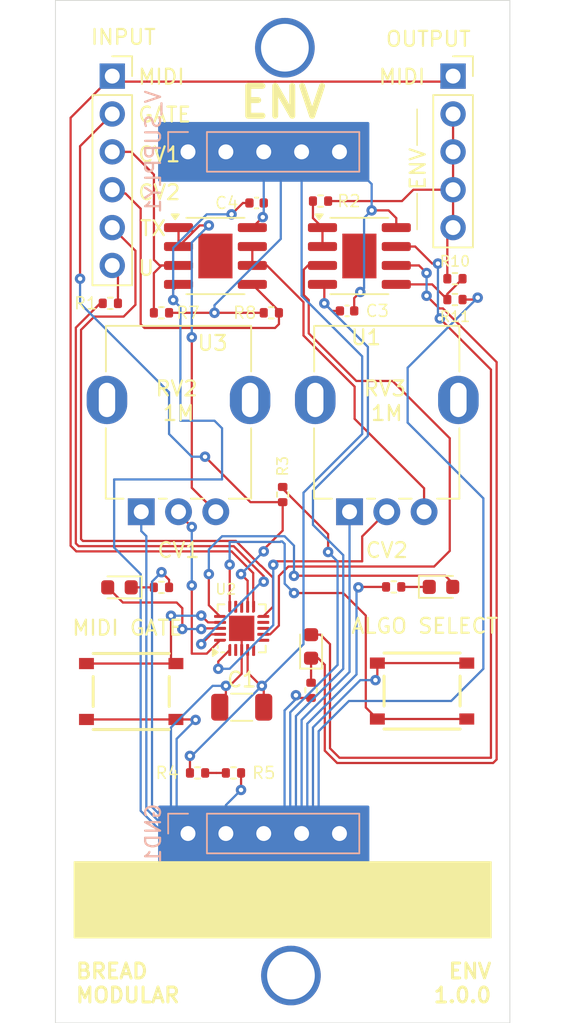
<source format=kicad_pcb>
(kicad_pcb (version 20240108) (generator "pcbnew") (generator_version "8.0")
  (layers (0 "F.Cu" signal) (31 "B.Cu" signal) (34 "B.Paste" user) (35 "F.Paste" user) (36 "B.SilkS" user "B.Silkscreen") (37 "F.SilkS" user "F.Silkscreen") (38 "B.Mask" user) (39 "F.Mask" user) (44 "Edge.Cuts" user))
  (net 0 "")
  (net 1 "GND")
  (net 2 "Net-(U1A-+)")
  (net 3 "V_MID")
  (net 4 "Net-(D1-K)")
  (net 5 "Net-(D1-A)")
  (net 6 "CV2")
  (net 7 "TX")
  (net 8 "MIDI")
  (net 9 "CV1")
  (net 10 "UDPI")
  (net 11 "BUFF_GATE")
  (net 12 "V_SUPPLY")
  (net 13 "Net-(U2-~{RESET}{slash}PA0)")
  (net 14 "Net-(U1A--)")
  (net 15 "BUFF_CV1")
  (net 16 "Net-(U3A--)")
  (net 17 "Net-(U3B--)")
  (net 18 "BUFF_CV2")
  (net 19 "Net-(SW1-B)")
  (net 21 "Net-(D2-A)")
  (net 25 "Net-(D2-K)")
  (net 28 "ENV_OUT")
  (net 30 "Net-(SW2-B)")
  (net 31 "Net-(D3-A)")
  (net 32 "Net-(D3-K)")
  (net 33 "Net-(U1B-+)")
  (footprint "Capacitor_SMD:C_1206_3216Metric" (layer "F.Cu") (at 59.485 88.05)
    (property "Reference" "C1")
    (property "Value" "100uf")
  )
  (footprint "BreadModular_Pots:Potentiometer_RV09" (layer "F.Cu") (at 69.342 67.948)
    (property "Reference" "RV3")
    (property "Value" "1M")
  )
  (footprint "Resistor_SMD:R_0402_1005Metric" (layer "F.Cu") (at 50.671 60.96)
    (property "Reference" "R1")
    (property "Value" "4.7k")
  )
  (footprint "Capacitor_SMD:C_0402_1005Metric" (layer "F.Cu") (at 66.548 61.468 180)
    (property "Reference" "C3")
    (property "Value" "0.1uf")
  )
  (footprint "BreadModular_MISC:SPST_TS-1187A-B-A-B" (layer "F.Cu") (at 71.58 86.965)
    (property "Reference" "SW2")
    (property "Value" "ALGO MODE SELECT")
  )
  (footprint "LED_SMD:LED_0603_1608Metric" (layer "F.Cu") (at 51.2825 80.01 180)
    (property "Reference" "D1")
    (property "Value" "GATE MODE LED")
  )
  (footprint "Capacitor_SMD:C_0402_1005Metric" (layer "F.Cu") (at 60.48 54.229 180)
    (property "Reference" "C4")
    (property "Value" "0.1uf")
  )
  (footprint "BreadModular_MISC:SPST_TS-1187A-B-A-B" (layer "F.Cu") (at 52.07 86.995 180)
    (property "Reference" "SW1")
    (property "Value" "GATE MODE SELECT")
  )
  (footprint "BreadModular_Pots:Potentiometer_RV09" (layer "F.Cu") (at 55.372 67.948)
    (property "Reference" "RV2")
    (property "Value" "1M")
  )
  (footprint "Resistor_SMD:R_0402_1005Metric" (layer "F.Cu") (at 69.675 79.98 180)
    (property "Reference" "R9")
    (property "Value" "330")
  )
  (footprint "Resistor_SMD:R_0402_1005Metric" (layer "F.Cu") (at 73.785 59.309)
    (property "Reference" "R10")
    (property "Value" "100k")
  )
  (footprint "Connector_PinSocket_2.54mm:PinSocket_1x06_P2.54mm_Vertical" (layer "F.Cu") (at 50.8 45.72)
    (property "Reference" "INPUT1")
    (property "Value" "Conn_01x05_Socket")
  )
  (footprint "Resistor_SMD:R_0402_1005Metric" (layer "F.Cu") (at 56.521 92.456)
    (property "Reference" "R4")
    (property "Value" "1k")
  )
  (footprint "Package_DFN_QFN:VQFN-20-1EP_3x3mm_P0.4mm_EP1.7x1.7mm" (layer "F.Cu") (at 59.48 82.76 90)
    (property "Reference" "U2")
    (property "Value" "ATtiny1616-M")
  )
  (footprint "Resistor_SMD:R_0402_1005Metric" (layer "F.Cu") (at 62.23 73.785 -90)
    (property "Reference" "R3")
    (property "Value" "100k")
  )
  (footprint "LED_SMD:LED_0603_1608Metric" (layer "F.Cu") (at 72.85 79.98)
    (property "Reference" "D2")
    (property "Value" "ALGO MODE LED")
  )
  (footprint "Resistor_SMD:R_0402_1005Metric" (layer "F.Cu") (at 64.135 86.917 -90)
    (property "Reference" "R12")
    (property "Value" "4.7k")
  )
  (footprint "Resistor_SMD:R_0402_1005Metric" (layer "F.Cu") (at 54.1 80.01)
    (property "Reference" "R6")
    (property "Value" "330")
  )
  (footprint "Resistor_SMD:R_0402_1005Metric" (layer "F.Cu") (at 64.77 54.102)
    (property "Reference" "R2")
    (property "Value" "1k")
  )
  (footprint "Resistor_SMD:R_0402_1005Metric" (layer "F.Cu") (at 73.785 60.706)
    (property "Reference" "R11")
    (property "Value" "100k")
  )
  (footprint "Resistor_SMD:R_0402_1005Metric" (layer "F.Cu") (at 61.47 61.595)
    (property "Reference" "R8")
    (property "Value" "100k")
  )
  (footprint "Package_SO:SOIC-8-1EP_3.9x4.9mm_P1.27mm_EP2.29x3mm" (layer "F.Cu") (at 67.375 57.785)
    (property "Reference" "U1")
    (property "Value" "MCP6002-xSN")
  )
  (footprint "Package_SO:SOIC-8-1EP_3.9x4.9mm_P1.27mm_EP2.29x3mm" (layer "F.Cu") (at 57.72 57.785)
    (property "Reference" "U3")
    (property "Value" "MCP6002-xSN")
  )
  (footprint "Resistor_SMD:R_0402_1005Metric" (layer "F.Cu") (at 54.1 61.595 180)
    (property "Reference" "R7")
    (property "Value" "100k")
  )
  (footprint "Connector_PinSocket_2.54mm:PinSocket_1x05_P2.54mm_Vertical" (layer "F.Cu") (at 73.66 45.72)
    (property "Reference" "OUTPUT1")
    (property "Value" "Conn_01x05_Socket")
  )
  (footprint "Resistor_SMD:R_0402_1005Metric" (layer "F.Cu") (at 58.93 92.456)
    (property "Reference" "R5")
    (property "Value" "1k")
  )
  (footprint "LED_SMD:LED_0603_1608Metric" (layer "F.Cu") (at 64.135 83.9725 90)
    (property "Reference" "D3")
    (property "Value" "ENV LED")
  )
  (footprint "BreadModular_MISC:Power_Connector" (layer "B.Cu") (at 55.88 50.8 -90)
    (property "Reference" "V_SUPPLY1")
    (property "Value" "Conn_01x05_Pin")
  )
  (footprint "BreadModular_MISC:Power_Connector" (layer "B.Cu") (at 55.88 96.52 -90)
    (property "Reference" "GND1")
    (property "Value" "Conn_01x05_Pin")
  )
  (gr_poly (pts (xy 53.975 48.895) (xy 67.945 48.895) (xy 67.945 52.705) (xy 53.975 52.705)) (stroke (width 0.2)) (fill solid) (layer "B.Cu") (net 12))
  (gr_poly (pts (xy 53.975 94.742) (xy 67.945 94.742) (xy 67.945 98.425) (xy 53.975 98.425)) (stroke (width 0.2)) (fill solid) (layer "B.Cu") (net 1))
  (gr_line (start 71.247 50.3555) (end 71.247 47.9425) (stroke (width 0.1)) (layer "F.SilkS"))
  (gr_line (start 71.247 56.007) (end 71.247 53.594) (stroke (width 0.1)) (layer "F.SilkS"))
  (gr_poly (pts (xy 48.26 98.425) (xy 76.2 98.425) (xy 76.2 103.505) (xy 48.26 103.505)) (stroke (width 0.1)) (fill solid) (layer "F.SilkS"))
  (gr_line (start 46.99 109.22) (end 77.47 109.22) (stroke (width 0.05)) (layer "Edge.Cuts"))
  (gr_line (start 77.47 40.64) (end 46.99 40.64) (stroke (width 0.05)) (layer "Edge.Cuts"))
  (gr_line (start 46.99 40.64) (end 46.99 109.22) (stroke (width 0.05)) (layer "Edge.Cuts"))
  (gr_line (start 77.47 109.22) (end 77.47 40.64) (stroke (width 0.05)) (layer "Edge.Cuts"))
  (gr_text "ALGO SELECT" (at 71.755 83.185 0) (layer "F.SilkS") (effects (font (size 1 1)) (justify bottom)))
  (gr_text "MIDI" (at 52.451 46.355 0) (layer "F.SilkS") (effects (font (size 1 1)) (justify left bottom)))
  (gr_text "ENV" (at 71.882 51.943 90) (layer "F.SilkS") (effects (font (size 1 1)) (justify bottom)))
  (gr_text "U" (at 52.451 59.182 0) (layer "F.SilkS") (effects (font (size 1 1)) (justify left bottom)))
  (gr_text "TX" (at 52.578 56.515 0) (layer "F.SilkS") (effects (font (size 1 1)) (justify left bottom)))
  (gr_text "GATE" (at 52.451 48.895 0) (layer "F.SilkS") (effects (font (size 1 1)) (justify left bottom)))
  (gr_text "MIDI GATE" (at 51.816 83.312 0) (layer "F.SilkS") (effects (font (size 1 1)) (justify bottom)))
  (gr_text "INPUT" (at 49.276 43.688 0) (layer "F.SilkS") (effects (font (size 1 1)) (justify left bottom)))
  (gr_text "CV2" (at 69.215 78.105 0) (layer "F.SilkS") (effects (font (size 1 1)) (justify bottom)))
  (gr_text "ENV\n1.0.0" (at 76.327 107.95 0) (layer "F.SilkS") (effects (font (size 1 1) (thickness 0.2) (bold yes)) (justify right bottom)))
  (gr_text "ENV" (at 59.182 48.641 0) (layer "F.SilkS") (effects (font (size 2 2) (thickness 0.4) (bold yes)) (justify left bottom)))
  (gr_text "CV2" (at 52.451 54.102 0) (layer "F.SilkS") (effects (font (size 1 1)) (justify left bottom)))
  (gr_text "MIDI" (at 71.882 46.355 0) (layer "F.SilkS") (effects (font (size 1 1)) (justify right bottom)))
  (gr_text "OUTPUT" (at 74.93 43.815 0) (layer "F.SilkS") (effects (font (size 1 1)) (justify right bottom)))
  (gr_text "CV1" (at 55.245 78.105 0) (layer "F.SilkS") (effects (font (size 1 1)) (justify bottom)))
  (gr_text "BREAD\nMODULAR" (at 48.26 107.95 0) (layer "F.SilkS") (effects (font (size 1 1) (thickness 0.2) (bold yes)) (justify left bottom)))
  (gr_text "CV1" (at 52.451 51.562 0) (layer "F.SilkS") (effects (font (size 1 1)) (justify left bottom)))
  (via (at 62.784908 106.045) (size 4) (drill 3.2) (layers "F.Cu" "B.Cu") (net 0))
  (via (at 62.37758 43.815) (size 4) (drill 3.2) (layers "F.Cu" "B.Cu") (net 0))
  (segment (start 58.42 86.614) (end 58.674 86.614) (width 0.15) (layer "F.Cu") (net 1))
  (segment (start 55.88 96.52) (end 66.04 96.52) (width 0.5) (layer "F.Cu") (net 1))
  (segment (start 68.58 85.09) (end 74.58 85.09) (width 0.15) (layer "F.Cu") (net 1))
  (segment (start 54.61 79.502) (end 54.61 80.01) (width 0.15) (layer "F.Cu") (net 1))
  (segment (start 68.58 86.106) (end 68.453 86.233) (width 0.15) (layer "F.Cu") (net 1))
  (segment (start 65.024 59.814) (end 64.9 59.69) (width 0.15) (layer "F.Cu") (net 1))
  (segment (start 66.068 61.468) (end 65.532 61.468) (width 0.15) (layer "F.Cu") (net 1))
  (segment (start 65.532 61.468) (end 65.024 60.96) (width 0.15) (layer "F.Cu") (net 1))
  (segment (start 58.42 87.64) (end 58.01 88.05) (width 0.15) (layer "F.Cu") (net 1))
  (segment (start 55.07 88.87) (end 56.358 88.87) (width 0.15) (layer "F.Cu") (net 1))
  (segment (start 69.165 79.98) (end 67.34 79.98) (width 0.15) (layer "F.Cu") (net 1))
  (segment (start 60 54.229) (end 59.563 54.229) (width 0.15) (layer "F.Cu") (net 1))
  (segment (start 59.44 93.595) (end 59.436 93.599) (width 0.15) (layer "F.Cu") (net 1))
  (segment (start 67.34 79.98) (end 67.31 80.01) (width 0.15) (layer "F.Cu") (net 1))
  (segment (start 49.07 88.87) (end 55.07 88.87) (width 0.15) (layer "F.Cu") (net 1))
  (segment (start 56.358 88.87) (end 56.388 88.9) (width 0.15) (layer "F.Cu") (net 1))
  (segment (start 74.295 60.706) (end 75.184 60.706) (width 0.15) (layer "F.Cu") (net 1))
  (segment (start 54.8863 60.739686) (end 54.8863 60.0487) (width 0.15) (layer "F.Cu") (net 1))
  (segment (start 59.44 92.456) (end 59.44 93.595) (width 0.15) (layer "F.Cu") (net 1))
  (segment (start 75.184 60.706) (end 75.311 60.579) (width 0.15) (layer "F.Cu") (net 1))
  (segment (start 59.48 85.808) (end 59.48 84.21) (width 0.15) (layer "F.Cu") (net 1))
  (segment (start 65.024 60.96) (end 65.024 59.814) (width 0.15) (layer "F.Cu") (net 1))
  (segment (start 59.48 82.76) (end 59.48 84.21) (width 0.15) (layer "F.Cu") (net 1))
  (segment (start 63.119 87.249) (end 63.297 87.427) (width 0.15) (layer "F.Cu") (net 1))
  (segment (start 68.58 85.09) (end 68.58 86.106) (width 0.15) (layer "F.Cu") (net 1))
  (segment (start 54.102 78.994) (end 54.61 79.502) (width 0.15) (layer "F.Cu") (net 1))
  (segment (start 54.8863 60.0487) (end 55.245 59.69) (width 0.15) (layer "F.Cu") (net 1))
  (segment (start 65.278 76.439432) (end 65.278 77.638) (width 0.15) (layer "F.Cu") (net 1))
  (segment (start 63.297 87.427) (end 64.135 87.427) (width 0.15) (layer "F.Cu") (net 1))
  (segment (start 62.23 73.275) (end 62.23 73.391432) (width 0.15) (layer "F.Cu") (net 1))
  (segment (start 58.674 86.614) (end 59.48 85.808) (width 0.15) (layer "F.Cu") (net 1))
  (segment (start 62.23 73.391432) (end 65.278 76.439432) (width 0.15) (layer "F.Cu") (net 1))
  (segment (start 58.42 86.614) (end 58.42 87.64) (width 0.15) (layer "F.Cu") (net 1))
  (segment (start 59.563 54.229) (end 58.801 54.991) (width 0.15) (layer "F.Cu") (net 1))
  (via (at 54.8863 60.739686) (size 0.7) (drill 0.3) (layers "F.Cu" "B.Cu") (net 1))
  (via (at 56.388 88.9) (size 0.7) (drill 0.3) (layers "F.Cu" "B.Cu") (net 1))
  (via (at 67.31 80.01) (size 0.7) (drill 0.3) (layers "F.Cu" "B.Cu") (net 1))
  (via (at 59.436 93.599) (size 0.7) (drill 0.3) (layers "F.Cu" "B.Cu") (net 1))
  (via (at 54.102 78.994) (size 0.7) (drill 0.3) (layers "F.Cu" "B.Cu") (net 1))
  (via (at 75.311 60.579) (size 0.7) (drill 0.3) (layers "F.Cu" "B.Cu") (net 1))
  (via (at 65.278 77.638) (size 0.7) (drill 0.3) (layers "F.Cu" "B.Cu") (net 1))
  (via (at 58.42 86.614) (size 0.7) (drill 0.3) (layers "F.Cu" "B.Cu") (net 1))
  (via (at 68.453 86.233) (size 0.7) (drill 0.3) (layers "F.Cu" "B.Cu") (net 1))
  (via (at 58.801 54.991) (size 0.7) (drill 0.3) (layers "F.Cu" "B.Cu") (net 1))
  (via (at 65.024 60.96) (size 0.7) (drill 0.3) (layers "F.Cu" "B.Cu") (net 1))
  (via (at 63.119 87.249) (size 0.7) (drill 0.3) (layers "F.Cu" "B.Cu") (net 1))
  (segment (start 70.612 65.278) (end 70.612 68.961) (width 0.15) (layer "B.Cu") (net 1))
  (segment (start 55.245 96.52) (end 55.88 96.52) (width 0.15) (layer "B.Cu") (net 1))
  (segment (start 54.102 78.994) (end 53.467 79.629) (width 0.15) (layer "B.Cu") (net 1))
  (segment (start 64.262 73.533) (end 64.262 75.819) (width 0.15) (layer "B.Cu") (net 1))
  (segment (start 52.705 94.996) (end 54.483 96.774) (width 0.15) (layer "B.Cu") (net 1))
  (segment (start 63.881 96.139) (end 63.5 96.52) (width 0.15) (layer "B.Cu") (net 1))
  (segment (start 59.436 93.599) (end 58.42 94.615) (width 0.15) (layer "B.Cu") (net 1))
  (segment (start 63.119 87.503) (end 62.357 88.265) (width 0.15) (layer "B.Cu") (net 1))
  (segment (start 75.692 85.471) (end 73.533 87.63) (width 0.15) (layer "B.Cu") (net 1))
  (segment (start 65.913 85.217) (end 65.913 78.273) (width 0.15) (layer "B.Cu") (net 1))
  (segment (start 75.692 74.041) (end 75.692 85.471) (width 0.15) (layer "B.Cu") (net 1))
  (segment (start 63.119 96.139) (end 63.5 96.52) (width 0.15) (layer "B.Cu") (net 1))
  (segment (start 65.913 78.273) (end 65.278 77.638) (width 0.15) (layer "B.Cu") (net 1))
  (segment (start 67.31 80.01) (end 67.183 80.137) (width 0.15) (layer "B.Cu") (net 1))
  (segment (start 54.483 96.774) (end 54.737 96.52) (width 0.15) (layer "B.Cu") (net 1))
  (segment (start 55.88 95.758) (end 55.88 96.52) (width 0.15) (layer "B.Cu") (net 1))
  (segment (start 62.738 88.392) (end 65.913 85.217) (width 0.15) (layer "B.Cu") (net 1))
  (segment (start 63.119 87.249) (end 63.119 87.503) (width 0.15) (layer "B.Cu") (net 1))
  (segment (start 58.42 86.614) (end 57.531 86.614) (width 0.15) (layer "B.Cu") (net 1))
  (segment (start 56.388 88.9) (end 55.118 90.17) (width 0.15) (layer "B.Cu") (net 1))
  (segment (start 52.745 76.234884) (end 53.086 76.575884) (width 0.15) (layer "B.Cu") (net 1))
  (segment (start 54.737 95.377) (end 55.88 96.52) (width 0.15) (layer "B.Cu") (net 1))
  (segment (start 63.881 89.154) (end 63.881 96.139) (width 0.15) (layer "B.Cu") (net 1))
  (segment (start 64.643 89.662) (end 64.643 95.377) (width 0.15) (layer "B.Cu") (net 1))
  (segment (start 53.086 94.869) (end 54.737 96.52) (width 0.15) (layer "B.Cu") (net 1))
  (segment (start 65.024 60.96) (end 67.945 63.881) (width 0.15) (layer "B.Cu") (net 1))
  (segment (start 55.118 90.17) (end 55.118 94.996) (width 0.15) (layer "B.Cu") (net 1))
  (segment (start 67.183 85.852) (end 63.881 89.154) (width 0.15) (layer "B.Cu") (net 1))
  (segment (start 67.437 86.233) (end 64.262 89.408) (width 0.15) (layer "B.Cu") (net 1))
  (segment (start 63.5 88.9) (end 63.5 96.52) (width 0.15) (layer "B.Cu") (net 1))
  (segment (start 62.357 95.1865) (end 62.738 94.8055) (width 0.15) (layer "B.Cu") (net 1))
  (segment (start 64.262 75.819) (end 66.294 77.851) (width 0.15) (layer "B.Cu") (net 1))
  (segment (start 64.643 95.377) (end 63.5 96.52) (width 0.15) (layer "B.Cu") (net 1))
  (segment (start 73.533 87.63) (end 66.675 87.63) (width 0.15) (layer "B.Cu") (net 1))
  (segment (start 54.737 96.52) (end 55.88 96.52) (width 0.15) (layer "B.Cu") (net 1))
  (segment (start 58.801 54.991) (end 57.137114 54.991) (width 0.15) (layer "B.Cu") (net 1))
  (segment (start 53.467 94.742) (end 55.245 96.52) (width 0.15) (layer "B.Cu") (net 1))
  (segment (start 50.927 77.343) (end 52.705 79.121) (width 0.15) (layer "B.Cu") (net 1))
  (segment (start 64.262 89.408) (end 64.262 95.758) (width 0.15) (layer "B.Cu") (net 1))
  (segment (start 54.8863 60.739686) (end 55.372 61.225386) (width 0.15) (layer "B.Cu") (net 1))
  (segment (start 67.945 69.85) (end 64.262 73.533) (width 0.15) (layer "B.Cu") (net 1))
  (segment (start 50.927 72.771) (end 50.927 77.343) (width 0.15) (layer "B.Cu") (net 1))
  (segment (start 70.612 68.961) (end 75.692 74.041) (width 0.15) (layer "B.Cu") (net 1))
  (segment (start 58.42 94.615) (end 58.42 96.52) (width 0.15) (layer "B.Cu") (net 1))
  (segment (start 57.137114 54.991) (end 54.8863 57.241814) (width 0.15) (layer "B.Cu") (net 1))
  (segment (start 62.738 94.8055) (end 62.738 88.392) (width 0.15) (layer "B.Cu") (net 1))
  (segment (start 66.715 74.94) (end 66.715 85.685) (width 0.15) (layer "B.Cu") (net 1))
  (segment (start 57.531 86.614) (end 54.737 89.408) (width 0.15) (layer "B.Cu") (net 1))
  (segment (start 58.166 69.342) (end 58.166 72.771) (width 0.15) (layer "B.Cu") (net 1))
  (segment (start 54.8863 57.241814) (end 54.8863 60.739686) (width 0.15) (layer "B.Cu") (net 1))
  (segment (start 53.467 79.629) (end 53.467 94.742) (width 0.15) (layer "B.Cu") (net 1))
  (segment (start 55.118 94.996) (end 55.88 95.758) (width 0.15) (layer "B.Cu") (net 1))
  (segment (start 67.183 80.137) (end 67.183 85.852) (width 0.15) (layer "B.Cu") (net 1))
  (segment (start 58.166 72.771) (end 50.927 72.771) (width 0.15) (layer "B.Cu") (net 1))
  (segment (start 68.453 86.233) (end 67.437 86.233) (width 0.15) (layer "B.Cu") (net 1))
  (segment (start 64.262 95.758) (end 63.5 96.52) (width 0.15) (layer "B.Cu") (net 1))
  (segment (start 53.086 76.575884) (end 53.086 94.869) (width 0.15) (layer "B.Cu") (net 1))
  (segment (start 75.311 60.579) (end 70.612 65.278) (width 0.15) (layer "B.Cu") (net 1))
  (segment (start 55.372 68.834) (end 57.658 68.834) (width 0.15) (layer "B.Cu") (net 1))
  (segment (start 66.294 77.851) (end 66.294 85.471) (width 0.15) (layer "B.Cu") (net 1))
  (segment (start 63.119 88.646) (end 63.119 96.139) (width 0.15) (layer "B.Cu") (net 1))
  (segment (start 52.745 74.94) (end 52.745 76.234884) (width 0.15) (layer "B.Cu") (net 1))
  (segment (start 54.737 89.408) (end 54.737 95.377) (width 0.15) (layer "B.Cu") (net 1))
  (segment (start 66.715 85.685) (end 63.5 88.9) (width 0.15) (layer "B.Cu") (net 1))
  (segment (start 62.357 88.265) (end 62.357 95.1865) (width 0.15) (layer "B.Cu") (net 1))
  (segment (start 52.705 79.121) (end 52.705 94.996) (width 0.15) (layer "B.Cu") (net 1))
  (segment (start 57.658 68.834) (end 58.166 69.342) (width 0.15) (layer "B.Cu") (net 1))
  (segment (start 55.372 61.225386) (end 55.372 68.834) (width 0.15) (layer "B.Cu") (net 1))
  (segment (start 66.675 87.63) (end 64.643 89.662) (width 0.15) (layer "B.Cu") (net 1))
  (segment (start 66.294 85.471) (end 63.119 88.646) (width 0.15) (layer "B.Cu") (net 1))
  (segment (start 67.945 63.881) (end 67.945 69.85) (width 0.15) (layer "B.Cu") (net 1))
  (segment (start 61.976 82.575006) (end 61.976 79.248) (width 0.15) (layer "F.Cu") (net 2))
  (segment (start 63.977 60.732027) (end 63.65 60.405027) (width 0.15) (layer "F.Cu") (net 2))
  (segment (start 61.391006 83.16) (end 61.976 82.575006) (width 0.15) (layer "F.Cu") (net 2))
  (segment (start 63.65 60.405027) (end 63.65 58.695001) (width 0.15) (layer "F.Cu") (net 2))
  (segment (start 73.437 77.566) (end 73.437 70.008) (width 0.15) (layer "F.Cu") (net 2))
  (segment (start 67.169974 66.167) (end 63.977 62.974026) (width 0.15) (layer "F.Cu") (net 2))
  (segment (start 69.596 66.167) (end 67.169974 66.167) (width 0.15) (layer "F.Cu") (net 2))
  (segment (start 63.65 58.695001) (end 63.925001 58.42) (width 0.15) (layer "F.Cu") (net 2))
  (segment (start 61.976 79.248) (end 62.611 78.613) (width 0.15) (layer "F.Cu") (net 2))
  (segment (start 73.437 70.008) (end 69.596 66.167) (width 0.15) (layer "F.Cu") (net 2))
  (segment (start 63.925001 58.42) (end 64.9 58.42) (width 0.15) (layer "F.Cu") (net 2))
  (segment (start 63.977 62.974026) (end 63.977 60.732027) (width 0.15) (layer "F.Cu") (net 2))
  (segment (start 62.611 78.613) (end 72.39 78.613) (width 0.15) (layer "F.Cu") (net 2))
  (segment (start 72.39 78.613) (end 73.437 77.566) (width 0.15) (layer "F.Cu") (net 2))
  (segment (start 60.93 83.16) (end 61.391006 83.16) (width 0.15) (layer "F.Cu") (net 2))
  (segment (start 57.785 92.456) (end 57.031 92.456) (width 0.15) (layer "F.Cu") (net 3))
  (segment (start 58.42 92.456) (end 57.785 92.456) (width 0.15) (layer "F.Cu") (net 3))
  (segment (start 53.59 80.01) (end 52.07 80.01) (width 0.15) (layer "F.Cu") (net 4))
  (segment (start 51.511 81.026) (end 55.118 81.026) (width 0.15) (layer "F.Cu") (net 5))
  (segment (start 56.813 82.76) (end 58.03 82.76) (width 0.15) (layer "F.Cu") (net 5))
  (segment (start 55.118 81.026) (end 55.499 81.407) (width 0.15) (layer "F.Cu") (net 5))
  (segment (start 55.499 81.407) (end 55.499 82.804) (width 0.15) (layer "F.Cu") (net 5))
  (segment (start 50.495 80.01) (end 51.511 81.026) (width 0.15) (layer "F.Cu") (net 5))
  (segment (start 56.769 82.804) (end 56.813 82.76) (width 0.15) (layer "F.Cu") (net 5))
  (via (at 55.499 82.804) (size 0.7) (drill 0.3) (layers "F.Cu" "B.Cu") (net 5))
  (via (at 56.769 82.804) (size 0.7) (drill 0.3) (layers "F.Cu" "B.Cu") (net 5))
  (segment (start 55.499 82.804) (end 56.769 82.804) (width 0.15) (layer "B.Cu") (net 5))
  (segment (start 61.722 62.611) (end 52.959 62.611) (width 0.15) (layer "F.Cu") (net 6))
  (segment (start 61.98 61.595) (end 61.98 62.353) (width 0.15) (layer "F.Cu") (net 6))
  (segment (start 52.705 54.61) (end 51.682487 53.587487) (width 0.15) (layer "F.Cu") (net 6))
  (segment (start 61.98 61.475) (end 61.98 61.595) (width 0.15) (layer "F.Cu") (net 6))
  (segment (start 52.705 62.357) (end 52.705 54.61) (width 0.15) (layer "F.Cu") (net 6))
  (segment (start 61.98 62.353) (end 61.722 62.611) (width 0.15) (layer "F.Cu") (net 6))
  (segment (start 51.682487 53.587487) (end 51.047487 53.587487) (width 0.15) (layer "F.Cu") (net 6))
  (segment (start 60.195 59.69) (end 61.98 61.475) (width 0.15) (layer "F.Cu") (net 6))
  (segment (start 52.959 62.611) (end 52.705 62.357) (width 0.15) (layer "F.Cu") (net 6))
  (segment (start 61.585 79.365) (end 60.782526 78.562526) (width 0.15) (layer "F.Cu") (net 7))
  (segment (start 48.83 76.897) (end 48.706 76.773) (width 0.15) (layer "F.Cu") (net 7))
  (segment (start 49.595 61.849) (end 51.562 61.849) (width 0.15) (layer "F.Cu") (net 7))
  (segment (start 60.93 81.96) (end 61.585 81.305) (width 0.15) (layer "F.Cu") (net 7))
  (segment (start 48.706 62.738) (end 49.595 61.849) (width 0.15) (layer "F.Cu") (net 7))
  (segment (start 52.355 61.056) (end 52.355 57.435) (width 0.15) (layer "F.Cu") (net 7))
  (segment (start 61.585 81.305) (end 61.585 79.365) (width 0.15) (layer "F.Cu") (net 7))
  (segment (start 59.842988 77.649039) (end 59.295975 77.102025) (width 0.15) (layer "F.Cu") (net 7))
  (segment (start 48.706 76.773) (end 48.706 62.738) (width 0.15) (layer "F.Cu") (net 7))
  (segment (start 59.09095 76.897) (end 48.83 76.897) (width 0.15) (layer "F.Cu") (net 7))
  (segment (start 59.295975 77.102025) (end 59.09095 76.897) (width 0.15) (layer "F.Cu") (net 7))
  (segment (start 52.355 57.435) (end 50.8 55.88) (width 0.15) (layer "F.Cu") (net 7))
  (segment (start 60.782526 78.562526) (end 60.756474 78.562526) (width 0.15) (layer "F.Cu") (net 7))
  (segment (start 51.562 61.849) (end 52.355 61.056) (width 0.15) (layer "F.Cu") (net 7))
  (segment (start 60.756474 78.562526) (end 59.842988 77.649039) (width 0.15) (layer "F.Cu") (net 7))
  (segment (start 50.165 45.72) (end 50.8 45.72) (width 0.15) (layer "F.Cu") (net 8))
  (segment (start 48.387 77.597) (end 48.006 77.216) (width 0.15) (layer "F.Cu") (net 8))
  (segment (start 73.66 45.72) (end 73.29 46.09) (width 0.15) (layer "F.Cu") (net 8))
  (segment (start 60.255 81.31) (end 60.255 79.051) (width 0.15) (layer "F.Cu") (net 8))
  (segment (start 60.255 79.051) (end 58.801 77.597) (width 0.15) (layer "F.Cu") (net 8))
  (segment (start 58.801 77.597) (end 48.387 77.597) (width 0.15) (layer "F.Cu") (net 8))
  (segment (start 48.006 48.514) (end 50.8 45.72) (width 0.15) (layer "F.Cu") (net 8))
  (segment (start 60.28 81.31) (end 60.255 81.31) (width 0.15) (layer "F.Cu") (net 8))
  (segment (start 51.17 46.09) (end 50.8 45.72) (width 0.15) (layer "F.Cu") (net 8))
  (segment (start 48.006 77.216) (end 48.006 48.514) (width 0.15) (layer "F.Cu") (net 8))
  (segment (start 73.29 46.09) (end 51.17 46.09) (width 0.15) (layer "F.Cu") (net 8))
  (segment (start 53.975 58.42) (end 55.245 58.42) (width 0.15) (layer "F.Cu") (net 9))
  (segment (start 53.59 58.932) (end 54.102 58.42) (width 0.15) (layer "F.Cu") (net 9))
  (segment (start 53.594 52.324) (end 53.594 58.039) (width 0.15) (layer "F.Cu") (net 9))
  (segment (start 54.102 58.42) (end 55.245 58.42) (width 0.15) (layer "F.Cu") (net 9))
  (segment (start 50.8 50.8) (end 52.07 50.8) (width 0.15) (layer "F.Cu") (net 9))
  (segment (start 53.594 58.039) (end 53.975 58.42) (width 0.15) (layer "F.Cu") (net 9))
  (segment (start 52.07 50.8) (end 53.594 52.324) (width 0.15) (layer "F.Cu") (net 9))
  (segment (start 53.59 61.595) (end 53.59 58.932) (width 0.15) (layer "F.Cu") (net 9))
  (segment (start 51.181 60.96) (end 51.181 58.801) (width 0.15) (layer "F.Cu") (net 10))
  (segment (start 51.181 58.801) (end 50.8 58.42) (width 0.2) (layer "F.Cu") (net 10))
  (segment (start 62.23 76.2) (end 62.23 74.295) (width 0.15) (layer "F.Cu") (net 11))
  (segment (start 60.071 74.295) (end 57.023 71.247) (width 0.15) (layer "F.Cu") (net 11))
  (segment (start 48.641 59.309) (end 48.641 50.419) (width 0.15) (layer "F.Cu") (net 11))
  (segment (start 60.96 77.47) (end 62.23 76.2) (width 0.15) (layer "F.Cu") (net 11))
  (segment (start 59.436 79.121) (end 59.88 79.565) (width 0.15) (layer "F.Cu") (net 11))
  (segment (start 48.641 50.419) (end 50.8 48.26) (width 0.15) (layer "F.Cu") (net 11))
  (segment (start 62.23 74.295) (end 60.071 74.295) (width 0.15) (layer "F.Cu") (net 11))
  (segment (start 59.88 79.565) (end 59.88 81.31) (width 0.15) (layer "F.Cu") (net 11))
  (segment (start 60.96 77.597) (end 60.96 77.47) (width 0.15) (layer "F.Cu") (net 11))
  (via (at 59.436 79.121) (size 0.7) (drill 0.3) (layers "F.Cu" "B.Cu") (net 11))
  (via (at 48.641 59.309) (size 0.7) (drill 0.3) (layers "F.Cu" "B.Cu") (net 11))
  (via (at 60.96 77.597) (size 0.7) (drill 0.3) (layers "F.Cu" "B.Cu") (net 11))
  (via (at 57.023 71.247) (size 0.7) (drill 0.3) (layers "F.Cu" "B.Cu") (net 11))
  (segment (start 48.641 60.96) (end 48.641 59.309) (width 0.15) (layer "B.Cu") (net 11))
  (segment (start 54.61 66.929) (end 48.641 60.96) (width 0.15) (layer "B.Cu") (net 11))
  (segment (start 54.61 69.723) (end 54.61 66.929) (width 0.15) (layer "B.Cu") (net 11))
  (segment (start 56.134 71.247) (end 54.61 69.723) (width 0.15) (layer "B.Cu") (net 11))
  (segment (start 60.96 77.597) (end 59.436 79.121) (width 0.15) (layer "B.Cu") (net 11))
  (segment (start 57.023 71.247) (end 56.134 71.247) (width 0.15) (layer "B.Cu") (net 11))
  (segment (start 56.011 91.317) (end 56.007 91.313) (width 0.15) (layer "F.Cu") (net 12))
  (segment (start 56.011 92.456) (end 56.011 91.317) (width 0.15) (layer "F.Cu") (net 12))
  (segment (start 60.96 54.229) (end 60.96 55.115) (width 0.15) (layer "F.Cu") (net 12))
  (segment (start 54.61 61.595) (end 57.658 61.595) (width 0.15) (layer "F.Cu") (net 12))
  (segment (start 69.332 54.727) (end 69.85 55.245) (width 0.15) (layer "F.Cu") (net 12))
  (segment (start 67.028 60.607) (end 67.437 60.198) (width 0.15) (layer "F.Cu") (net 12))
  (segment (start 59.88 85.7245) (end 59.88 84.21) (width 0.15) (layer "F.Cu") (net 12))
  (segment (start 60.833 86.614) (end 60.96 86.741) (width 0.15) (layer "F.Cu") (net 12))
  (segment (start 60.96 55.115) (end 60.895 55.18) (width 0.15) (layer "F.Cu") (net 12))
  (segment (start 60.833 86.614) (end 60.7695 86.614) (width 0.15) (layer "F.Cu") (net 12))
  (segment (start 60.895 55.18) (end 60.195 55.88) (width 0.15) (layer "F.Cu") (net 12))
  (segment (start 60.7695 86.614) (end 59.88 85.7245) (width 0.15) (layer "F.Cu") (net 12))
  (segment (start 55.88 50.8) (end 66.04 50.8) (width 0.5) (layer "F.Cu") (net 12))
  (segment (start 69.85 55.245) (end 69.85 55.88) (width 0.15) (layer "F.Cu") (net 12))
  (segment (start 67.028 61.468) (end 67.028 60.607) (width 0.15) (layer "F.Cu") (net 12))
  (segment (start 60.96 61.595) (end 57.658 61.595) (width 0.15) (layer "F.Cu") (net 12))
  (segment (start 68.199 54.727) (end 69.332 54.727) (width 0.15) (layer "F.Cu") (net 12))
  (segment (start 60.96 86.741) (end 60.96 88.05) (width 0.15) (layer "F.Cu") (net 12))
  (via (at 60.895 55.18) (size 0.7) (drill 0.3) (layers "F.Cu" "B.Cu") (net 12))
  (via (at 56.007 91.313) (size 0.7) (drill 0.3) (layers "F.Cu" "B.Cu") (net 12))
  (via (at 68.199 54.727) (size 0.7) (drill 0.3) (layers "F.Cu" "B.Cu") (net 12))
  (via (at 57.658 61.595) (size 0.7) (drill 0.3) (layers "F.Cu" "B.Cu") (net 12))
  (via (at 60.833 86.614) (size 0.7) (drill 0.3) (layers "F.Cu" "B.Cu") (net 12))
  (via (at 67.437 60.198) (size 0.7) (drill 0.3) (layers "F.Cu" "B.Cu") (net 12))
  (segment (start 63.627 73.66) (end 63.627 83.82) (width 0.15) (layer "B.Cu") (net 12))
  (segment (start 63.627 83.82) (end 60.833 86.614) (width 0.15) (layer "B.Cu") (net 12))
  (segment (start 57.658 61.087) (end 62.103 56.642) (width 0.15) (layer "B.Cu") (net 12))
  (segment (start 68.199 54.727) (end 68.199 52.959) (width 0.15) (layer "B.Cu") (net 12))
  (segment (start 60.895 55.18) (end 60.96 55.115) (width 0.15) (layer "B.Cu") (net 12))
  (segment (start 67.564 64.516) (end 67.564 69.723) (width 0.15) (layer "B.Cu") (net 12))
  (segment (start 62.103 56.642) (end 62.103 51.943) (width 0.15) (layer "B.Cu") (net 12))
  (segment (start 67.564 69.723) (end 63.627 73.66) (width 0.15) (layer "B.Cu") (net 12))
  (segment (start 63.5 50.8) (end 63.5 60.452) (width 0.15) (layer "B.Cu") (net 12))
  (segment (start 68.199 52.959) (end 66.04 50.8) (width 0.15) (layer "B.Cu") (net 12))
  (segment (start 68.199 54.727) (end 67.691 55.235) (width 0.15) (layer "B.Cu") (net 12))
  (segment (start 62.103 51.943) (end 60.96 50.8) (width 0.15) (layer "B.Cu") (net 12))
  (segment (start 60.96 55.115) (end 60.96 50.8) (width 0.15) (layer "B.Cu") (net 12))
  (segment (start 67.691 59.944) (end 67.437 60.198) (width 0.15) (layer "B.Cu") (net 12))
  (segment (start 67.691 55.235) (end 67.691 59.944) (width 0.15) (layer "B.Cu") (net 12))
  (segment (start 56.007 91.313) (end 56.134 91.313) (width 0.15) (layer "B.Cu") (net 12))
  (segment (start 63.5 60.452) (end 67.564 64.516) (width 0.15) (layer "B.Cu") (net 12))
  (segment (start 56.134 91.313) (end 60.833 86.614) (width 0.15) (layer "B.Cu") (net 12))
  (segment (start 57.658 61.595) (end 57.658 61.087) (width 0.15) (layer "B.Cu") (net 12))
  (segment (start 60.96 79.261026) (end 59.492987 77.794013) (width 0.15) (layer "F.Cu") (net 13))
  (segment (start 48.356 77.058) (end 48.356 62.593025) (width 0.15) (layer "F.Cu") (net 13))
  (segment (start 59.492987 77.794013) (end 59.151 77.452025) (width 0.15) (layer "F.Cu") (net 13))
  (segment (start 60.96 79.629) (end 60.96 79.261026) (width 0.15) (layer "F.Cu") (net 13))
  (segment (start 48.356 62.593025) (end 49.989025 60.96) (width 0.15) (layer "F.Cu") (net 13))
  (segment (start 59.151 77.452025) (end 58.945975 77.247) (width 0.15) (layer "F.Cu") (net 13))
  (segment (start 58.03 83.16) (end 57.429 83.16) (width 0.15) (layer "F.Cu") (net 13))
  (segment (start 48.545 77.247) (end 48.356 77.058) (width 0.15) (layer "F.Cu") (net 13))
  (segment (start 49.989025 60.96) (end 50.161 60.96) (width 0.15) (layer "F.Cu") (net 13))
  (segment (start 58.945975 77.247) (end 48.545 77.247) (width 0.15) (layer "F.Cu") (net 13))
  (segment (start 57.429 83.16) (end 56.769 83.82) (width 0.15) (layer "F.Cu") (net 13))
  (via (at 56.769 83.82) (size 0.7) (drill 0.3) (layers "F.Cu" "B.Cu") (net 13))
  (via (at 60.96 79.629) (size 0.7) (drill 0.3) (layers "F.Cu" "B.Cu") (net 13))
  (segment (start 60.827884 79.629) (end 60.96 79.629) (width 0.15) (layer "B.Cu") (net 13))
  (segment (start 56.769 83.82) (end 56.769 83.687884) (width 0.15) (layer "B.Cu") (net 13))
  (segment (start 56.769 83.687884) (end 60.827884 79.629) (width 0.15) (layer "B.Cu") (net 13))
  (segment (start 64.9 57.15) (end 64.9 55.88) (width 0.15) (layer "F.Cu") (net 14))
  (segment (start 64.26 55.24) (end 64.26 54.102) (width 0.15) (layer "F.Cu") (net 14))
  (segment (start 64.9 55.88) (end 64.26 55.24) (width 0.15) (layer "F.Cu") (net 14))
  (segment (start 55.245 75.067) (end 56.134 75.956) (width 0.15) (layer "F.Cu") (net 15))
  (segment (start 55.245 74.94) (end 55.245 75.067) (width 0.15) (layer "F.Cu") (net 15))
  (segment (start 56.134 84.455) (end 57.135 84.455) (width 0.15) (layer "F.Cu") (net 15))
  (segment (start 56.134 79.883) (end 56.134 84.455) (width 0.15) (layer "F.Cu") (net 15))
  (segment (start 57.135 84.455) (end 58.03 83.56) (width 0.15) (layer "F.Cu") (net 15))
  (via (at 56.134 79.883) (size 0.7) (drill 0.3) (layers "F.Cu" "B.Cu") (net 15))
  (via (at 56.134 75.956) (size 0.7) (drill 0.3) (layers "F.Cu" "B.Cu") (net 15))
  (segment (start 56.134 75.956) (end 56.134 79.883) (width 0.15) (layer "B.Cu") (net 15))
  (segment (start 56.134 73.329) (end 57.745 74.94) (width 0.15) (layer "F.Cu") (net 16))
  (segment (start 55.245 57.15) (end 55.245 55.88) (width 0.15) (layer "F.Cu") (net 16))
  (segment (start 56.660002 55.734998) (end 57.277 55.734998) (width 0.15) (layer "F.Cu") (net 16))
  (segment (start 56.134 63.236) (end 56.134 73.329) (width 0.15) (layer "F.Cu") (net 16))
  (segment (start 55.245 57.15) (end 56.660002 55.734998) (width 0.15) (layer "F.Cu") (net 16))
  (via (at 56.134 63.236) (size 0.7) (drill 0.3) (layers "F.Cu" "B.Cu") (net 16))
  (via (at 57.277 55.734998) (size 0.7) (drill 0.3) (layers "F.Cu" "B.Cu") (net 16))
  (segment (start 57.277 55.734998) (end 56.134 56.877998) (width 0.15) (layer "B.Cu") (net 16))
  (segment (start 56.134 56.877998) (end 56.134 63.236) (width 0.15) (layer "B.Cu") (net 16))
  (segment (start 71.715 73.366) (end 71.715 74.94) (width 0.15) (layer "F.Cu") (net 17))
  (segment (start 60.195 57.15) (end 60.195 58.42) (width 0.15) (layer "F.Cu") (net 17))
  (segment (start 61.169999 58.42) (end 63.627 60.877001) (width 0.15) (layer "F.Cu") (net 17))
  (segment (start 63.627 63.119) (end 67.056 66.548) (width 0.15) (layer "F.Cu") (net 17))
  (segment (start 63.627 60.877001) (end 63.627 63.119) (width 0.15) (layer "F.Cu") (net 17))
  (segment (start 67.056 66.548) (end 67.056 68.707) (width 0.15) (layer "F.Cu") (net 17))
  (segment (start 67.056 68.707) (end 71.715 73.366) (width 0.15) (layer "F.Cu") (net 17))
  (segment (start 60.195 58.42) (end 61.169999 58.42) (width 0.15) (layer "F.Cu") (net 17))
  (segment (start 69.215 74.94) (end 67.564 76.591) (width 0.15) (layer "F.Cu") (net 18))
  (segment (start 67.564 76.591) (end 67.564 78.263) (width 0.15) (layer "F.Cu") (net 18))
  (segment (start 67.564 78.263) (end 61.833047 78.263) (width 0.15) (layer "F.Cu") (net 18))
  (segment (start 57.912 85.471) (end 57.912 84.978) (width 0.15) (layer "F.Cu") (net 18))
  (segment (start 57.912 84.978) (end 58.68 84.21) (width 0.15) (layer "F.Cu") (net 18))
  (segment (start 61.833047 78.263) (end 61.599966 78.496081) (width 0.15) (layer "F.Cu") (net 18))
  (via (at 57.912 85.471) (size 0.7) (drill 0.3) (layers "F.Cu" "B.Cu") (net 18))
  (via (at 61.599966 78.496081) (size 0.7) (drill 0.3) (layers "F.Cu" "B.Cu") (net 18))
  (segment (start 58.674 85.471) (end 61.599966 82.545034) (width 0.15) (layer "B.Cu") (net 18))
  (segment (start 57.912 85.471) (end 58.674 85.471) (width 0.15) (layer "B.Cu") (net 18))
  (segment (start 61.599966 82.545034) (end 61.599966 78.496081) (width 0.15) (layer "B.Cu") (net 18))
  (segment (start 56.769 81.903997) (end 57.225003 82.36) (width 0.15) (layer "F.Cu") (net 19))
  (segment (start 57.225003 82.36) (end 58.03 82.36) (width 0.15) (layer "F.Cu") (net 19))
  (segment (start 55.07 85.12) (end 49.07 85.12) (width 0.15) (layer "F.Cu") (net 19))
  (segment (start 54.739558 84.789558) (end 55.07 85.12) (width 0.15) (layer "F.Cu") (net 19))
  (segment (start 54.739558 81.912442) (end 54.739558 84.789558) (width 0.15) (layer "F.Cu") (net 19))
  (via (at 54.739558 81.912442) (size 0.7) (drill 0.3) (layers "F.Cu" "B.Cu") (net 19))
  (via (at 56.769 81.903997) (size 0.7) (drill 0.3) (layers "F.Cu" "B.Cu") (net 19))
  (segment (start 54.739558 81.912442) (end 56.760555 81.912442) (width 0.15) (layer "B.Cu") (net 19))
  (segment (start 56.760555 81.912442) (end 56.769 81.903997) (width 0.15) (layer "B.Cu") (net 19))
  (segment (start 73.134 79.23) (end 62.997442 79.23) (width 0.15) (layer "F.Cu") (net 21))
  (segment (start 73.6375 79.98) (end 73.6375 79.7785) (width 0.15) (layer "F.Cu") (net 21))
  (segment (start 73.6375 79.7785) (end 73.66 79.756) (width 0.15) (layer "F.Cu") (net 21))
  (segment (start 62.997442 79.23) (end 62.989442 79.238) (width 0.15) (layer "F.Cu") (net 21))
  (segment (start 73.66 79.756) (end 73.134 79.23) (width 0.15) (layer "F.Cu") (net 21))
  (segment (start 57.277 81.207) (end 58.03 81.96) (width 0.15) (layer "F.Cu") (net 21))
  (segment (start 57.277 79.121) (end 57.277 81.207) (width 0.15) (layer "F.Cu") (net 21))
  (via (at 57.277 79.121) (size 0.7) (drill 0.3) (layers "F.Cu" "B.Cu") (net 21))
  (via (at 62.989442 79.238) (size 0.7) (drill 0.3) (layers "F.Cu" "B.Cu") (net 21))
  (segment (start 57.277 79.121) (end 57.277 77.47) (width 0.15) (layer "B.Cu") (net 21))
  (segment (start 62.357 76.581) (end 62.989442 77.213442) (width 0.15) (layer "B.Cu") (net 21))
  (segment (start 58.166 76.581) (end 62.357 76.581) (width 0.15) (layer "B.Cu") (net 21))
  (segment (start 57.277 77.47) (end 58.166 76.581) (width 0.15) (layer "B.Cu") (net 21))
  (segment (start 62.989442 77.213442) (end 62.989442 79.238) (width 0.15) (layer "B.Cu") (net 21))
  (segment (start 72.0625 79.98) (end 70.185 79.98) (width 0.15) (layer "F.Cu") (net 25))
  (segment (start 73.66 48.26) (end 73.66 55.88) (width 0.15) (layer "F.Cu") (net 28))
  (segment (start 73.275 59.309) (end 73.275 56.265) (width 0.15) (layer "F.Cu") (net 28))
  (segment (start 73.66 53.34) (end 70.993 53.34) (width 0.15) (layer "F.Cu") (net 28))
  (segment (start 73.275 56.265) (end 73.66 55.88) (width 0.15) (layer "F.Cu") (net 28))
  (segment (start 65.28 54.102) (end 70.231 54.102) (width 0.15) (layer "F.Cu") (net 28))
  (segment (start 70.993 53.34) (end 70.231 54.102) (width 0.15) (layer "F.Cu") (net 28))
  (segment (start 58.68 78.492) (end 58.68 81.31) (width 0.15) (layer "F.Cu") (net 30))
  (segment (start 67.805 81.902) (end 66.294 80.391) (width 0.15) (layer "F.Cu") (net 30))
  (segment (start 58.674 78.486) (end 58.68 78.492) (width 0.15) (layer "F.Cu") (net 30))
  (segment (start 68.58 88.84) (end 67.805 88.065) (width 0.15) (layer "F.Cu") (net 30))
  (segment (start 66.294 80.391) (end 62.992 80.391) (width 0.15) (layer "F.Cu") (net 30))
  (segment (start 74.58 88.84) (end 68.58 88.84) (width 0.15) (layer "F.Cu") (net 30))
  (segment (start 67.805 88.065) (end 67.805 81.902) (width 0.15) (layer "F.Cu") (net 30))
  (via (at 62.992 80.391) (size 0.7) (drill 0.3) (layers "F.Cu" "B.Cu") (net 30))
  (via (at 58.674 78.486) (size 0.7) (drill 0.3) (layers "F.Cu" "B.Cu") (net 30))
  (segment (start 62.199 76.931) (end 62.364442 77.096442) (width 0.15) (layer "B.Cu") (net 30))
  (segment (start 58.674 78.486) (end 58.674 76.962) (width 0.15) (layer "B.Cu") (net 30))
  (segment (start 58.674 76.962) (end 62.072 76.962) (width 0.15) (layer "B.Cu") (net 30))
  (segment (start 62.072 76.962) (end 62.103 76.931) (width 0.15) (layer "B.Cu") (net 30))
  (segment (start 62.103 76.931) (end 62.199 76.931) (width 0.15) (layer "B.Cu") (net 30))
  (segment (start 62.364442 79.763442) (end 62.992 80.391) (width 0.15) (layer "B.Cu") (net 30))
  (segment (start 62.364442 77.096442) (end 62.364442 79.763442) (width 0.15) (layer "B.Cu") (net 30))
  (segment (start 76.2 91.44) (end 66.04 91.44) (width 0.15) (layer "F.Cu") (net 31))
  (segment (start 71.12 57.15) (end 69.85 57.15) (width 0.15) (layer "F.Cu") (net 31))
  (segment (start 72.263 58.293) (end 71.12 57.15) (width 0.15) (layer "F.Cu") (net 31))
  (segment (start 66.04 91.44) (end 65.405 90.805) (width 0.15) (layer "F.Cu") (net 31))
  (segment (start 72.771 61.976) (end 76.2 65.405) (width 0.15) (layer "F.Cu") (net 31))
  (segment (start 65.405 83.82) (end 64.77 83.185) (width 0.15) (layer "F.Cu") (net 31))
  (segment (start 64.77 83.185) (end 64.135 83.185) (width 0.15) (layer "F.Cu") (net 31))
  (segment (start 65.405 90.805) (end 65.405 83.82) (width 0.15) (layer "F.Cu") (net 31))
  (segment (start 72.644 58.293) (end 72.263 58.293) (width 0.15) (layer "F.Cu") (net 31))
  (segment (start 76.2 65.405) (end 76.2 91.44) (width 0.15) (layer "F.Cu") (net 31))
  (via (at 72.771 61.976) (size 0.7) (drill 0.3) (layers "F.Cu" "B.Cu") (net 31))
  (via (at 72.644 58.293) (size 0.7) (drill 0.3) (layers "F.Cu" "B.Cu") (net 31))
  (segment (start 72.644 61.849) (end 72.771 61.976) (width 0.15) (layer "B.Cu") (net 31))
  (segment (start 72.644 58.293) (end 72.644 61.849) (width 0.15) (layer "B.Cu") (net 31))
  (segment (start 64.135 86.407) (end 64.135 84.76) (width 0.15) (layer "F.Cu") (net 32))
  (segment (start 72.979884 61.301) (end 76.581 64.902116) (width 0.15) (layer "F.Cu") (net 32))
  (segment (start 76.581 91.553975) (end 76.344975 91.79) (width 0.15) (layer "F.Cu") (net 32))
  (segment (start 76.344975 91.79) (end 65.882 91.79) (width 0.15) (layer "F.Cu") (net 32))
  (segment (start 72.731 61.301) (end 72.979884 61.301) (width 0.15) (layer "F.Cu") (net 32))
  (segment (start 65.055 90.963) (end 65.055 85.205001) (width 0.15) (layer "F.Cu") (net 32))
  (segment (start 65.055 85.205001) (end 64.609999 84.76) (width 0.15) (layer "F.Cu") (net 32))
  (segment (start 65.882 91.79) (end 65.055 90.963) (width 0.15) (layer "F.Cu") (net 32))
  (segment (start 71.882 60.452) (end 72.731 61.301) (width 0.15) (layer "F.Cu") (net 32))
  (segment (start 71.374 58.42) (end 69.85 58.42) (width 0.15) (layer "F.Cu") (net 32))
  (segment (start 71.882 58.928) (end 71.374 58.42) (width 0.15) (layer "F.Cu") (net 32))
  (segment (start 76.581 64.902116) (end 76.581 91.553975) (width 0.15) (layer "F.Cu") (net 32))
  (segment (start 64.609999 84.76) (end 64.135 84.76) (width 0.15) (layer "F.Cu") (net 32))
  (via (at 71.882 58.928) (size 0.7) (drill 0.3) (layers "F.Cu" "B.Cu") (net 32))
  (via (at 71.882 60.452) (size 0.7) (drill 0.3) (layers "F.Cu" "B.Cu") (net 32))
  (segment (start 71.882 60.452) (end 71.882 58.928) (width 0.15) (layer "B.Cu") (net 32))
  (segment (start 72.259 59.69) (end 73.275 60.706) (width 0.15) (layer "F.Cu") (net 33))
  (segment (start 74.295 59.309) (end 73.275 60.329) (width 0.15) (layer "F.Cu") (net 33))
  (segment (start 69.85 59.69) (end 72.259 59.69) (width 0.15) (layer "F.Cu") (net 33))
  (segment (start 73.275 60.329) (end 73.275 60.706) (width 0.15) (layer "F.Cu") (net 33))
)
</source>
